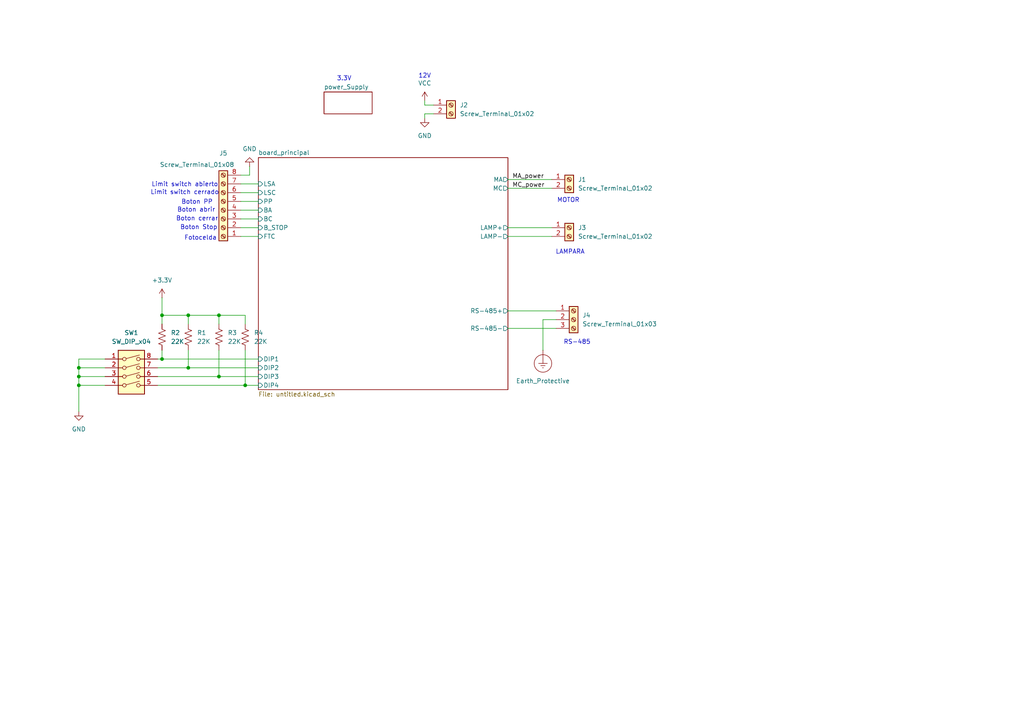
<source format=kicad_sch>
(kicad_sch
	(version 20250114)
	(generator "eeschema")
	(generator_version "9.0")
	(uuid "066fc511-7226-4630-beb0-d4fa33de32d6")
	(paper "A4")
	(lib_symbols
		(symbol "Connector:Screw_Terminal_01x02"
			(pin_names
				(offset 1.016)
				(hide yes)
			)
			(exclude_from_sim no)
			(in_bom yes)
			(on_board yes)
			(property "Reference" "J"
				(at 0 2.54 0)
				(effects
					(font
						(size 1.27 1.27)
					)
				)
			)
			(property "Value" "Screw_Terminal_01x02"
				(at 0 -5.08 0)
				(effects
					(font
						(size 1.27 1.27)
					)
				)
			)
			(property "Footprint" ""
				(at 0 0 0)
				(effects
					(font
						(size 1.27 1.27)
					)
					(hide yes)
				)
			)
			(property "Datasheet" "~"
				(at 0 0 0)
				(effects
					(font
						(size 1.27 1.27)
					)
					(hide yes)
				)
			)
			(property "Description" "Generic screw terminal, single row, 01x02, script generated (kicad-library-utils/schlib/autogen/connector/)"
				(at 0 0 0)
				(effects
					(font
						(size 1.27 1.27)
					)
					(hide yes)
				)
			)
			(property "ki_keywords" "screw terminal"
				(at 0 0 0)
				(effects
					(font
						(size 1.27 1.27)
					)
					(hide yes)
				)
			)
			(property "ki_fp_filters" "TerminalBlock*:*"
				(at 0 0 0)
				(effects
					(font
						(size 1.27 1.27)
					)
					(hide yes)
				)
			)
			(symbol "Screw_Terminal_01x02_1_1"
				(rectangle
					(start -1.27 1.27)
					(end 1.27 -3.81)
					(stroke
						(width 0.254)
						(type default)
					)
					(fill
						(type background)
					)
				)
				(polyline
					(pts
						(xy -0.5334 0.3302) (xy 0.3302 -0.508)
					)
					(stroke
						(width 0.1524)
						(type default)
					)
					(fill
						(type none)
					)
				)
				(polyline
					(pts
						(xy -0.5334 -2.2098) (xy 0.3302 -3.048)
					)
					(stroke
						(width 0.1524)
						(type default)
					)
					(fill
						(type none)
					)
				)
				(polyline
					(pts
						(xy -0.3556 0.508) (xy 0.508 -0.3302)
					)
					(stroke
						(width 0.1524)
						(type default)
					)
					(fill
						(type none)
					)
				)
				(polyline
					(pts
						(xy -0.3556 -2.032) (xy 0.508 -2.8702)
					)
					(stroke
						(width 0.1524)
						(type default)
					)
					(fill
						(type none)
					)
				)
				(circle
					(center 0 0)
					(radius 0.635)
					(stroke
						(width 0.1524)
						(type default)
					)
					(fill
						(type none)
					)
				)
				(circle
					(center 0 -2.54)
					(radius 0.635)
					(stroke
						(width 0.1524)
						(type default)
					)
					(fill
						(type none)
					)
				)
				(pin passive line
					(at -5.08 0 0)
					(length 3.81)
					(name "Pin_1"
						(effects
							(font
								(size 1.27 1.27)
							)
						)
					)
					(number "1"
						(effects
							(font
								(size 1.27 1.27)
							)
						)
					)
				)
				(pin passive line
					(at -5.08 -2.54 0)
					(length 3.81)
					(name "Pin_2"
						(effects
							(font
								(size 1.27 1.27)
							)
						)
					)
					(number "2"
						(effects
							(font
								(size 1.27 1.27)
							)
						)
					)
				)
			)
			(embedded_fonts no)
		)
		(symbol "Connector:Screw_Terminal_01x03"
			(pin_names
				(offset 1.016)
				(hide yes)
			)
			(exclude_from_sim no)
			(in_bom yes)
			(on_board yes)
			(property "Reference" "J"
				(at 0 5.08 0)
				(effects
					(font
						(size 1.27 1.27)
					)
				)
			)
			(property "Value" "Screw_Terminal_01x03"
				(at 0 -5.08 0)
				(effects
					(font
						(size 1.27 1.27)
					)
				)
			)
			(property "Footprint" ""
				(at 0 0 0)
				(effects
					(font
						(size 1.27 1.27)
					)
					(hide yes)
				)
			)
			(property "Datasheet" "~"
				(at 0 0 0)
				(effects
					(font
						(size 1.27 1.27)
					)
					(hide yes)
				)
			)
			(property "Description" "Generic screw terminal, single row, 01x03, script generated (kicad-library-utils/schlib/autogen/connector/)"
				(at 0 0 0)
				(effects
					(font
						(size 1.27 1.27)
					)
					(hide yes)
				)
			)
			(property "ki_keywords" "screw terminal"
				(at 0 0 0)
				(effects
					(font
						(size 1.27 1.27)
					)
					(hide yes)
				)
			)
			(property "ki_fp_filters" "TerminalBlock*:*"
				(at 0 0 0)
				(effects
					(font
						(size 1.27 1.27)
					)
					(hide yes)
				)
			)
			(symbol "Screw_Terminal_01x03_1_1"
				(rectangle
					(start -1.27 3.81)
					(end 1.27 -3.81)
					(stroke
						(width 0.254)
						(type default)
					)
					(fill
						(type background)
					)
				)
				(polyline
					(pts
						(xy -0.5334 2.8702) (xy 0.3302 2.032)
					)
					(stroke
						(width 0.1524)
						(type default)
					)
					(fill
						(type none)
					)
				)
				(polyline
					(pts
						(xy -0.5334 0.3302) (xy 0.3302 -0.508)
					)
					(stroke
						(width 0.1524)
						(type default)
					)
					(fill
						(type none)
					)
				)
				(polyline
					(pts
						(xy -0.5334 -2.2098) (xy 0.3302 -3.048)
					)
					(stroke
						(width 0.1524)
						(type default)
					)
					(fill
						(type none)
					)
				)
				(polyline
					(pts
						(xy -0.3556 3.048) (xy 0.508 2.2098)
					)
					(stroke
						(width 0.1524)
						(type default)
					)
					(fill
						(type none)
					)
				)
				(polyline
					(pts
						(xy -0.3556 0.508) (xy 0.508 -0.3302)
					)
					(stroke
						(width 0.1524)
						(type default)
					)
					(fill
						(type none)
					)
				)
				(polyline
					(pts
						(xy -0.3556 -2.032) (xy 0.508 -2.8702)
					)
					(stroke
						(width 0.1524)
						(type default)
					)
					(fill
						(type none)
					)
				)
				(circle
					(center 0 2.54)
					(radius 0.635)
					(stroke
						(width 0.1524)
						(type default)
					)
					(fill
						(type none)
					)
				)
				(circle
					(center 0 0)
					(radius 0.635)
					(stroke
						(width 0.1524)
						(type default)
					)
					(fill
						(type none)
					)
				)
				(circle
					(center 0 -2.54)
					(radius 0.635)
					(stroke
						(width 0.1524)
						(type default)
					)
					(fill
						(type none)
					)
				)
				(pin passive line
					(at -5.08 2.54 0)
					(length 3.81)
					(name "Pin_1"
						(effects
							(font
								(size 1.27 1.27)
							)
						)
					)
					(number "1"
						(effects
							(font
								(size 1.27 1.27)
							)
						)
					)
				)
				(pin passive line
					(at -5.08 0 0)
					(length 3.81)
					(name "Pin_2"
						(effects
							(font
								(size 1.27 1.27)
							)
						)
					)
					(number "2"
						(effects
							(font
								(size 1.27 1.27)
							)
						)
					)
				)
				(pin passive line
					(at -5.08 -2.54 0)
					(length 3.81)
					(name "Pin_3"
						(effects
							(font
								(size 1.27 1.27)
							)
						)
					)
					(number "3"
						(effects
							(font
								(size 1.27 1.27)
							)
						)
					)
				)
			)
			(embedded_fonts no)
		)
		(symbol "Connector:Screw_Terminal_01x08"
			(pin_names
				(offset 1.016)
				(hide yes)
			)
			(exclude_from_sim no)
			(in_bom yes)
			(on_board yes)
			(property "Reference" "J"
				(at 0 10.16 0)
				(effects
					(font
						(size 1.27 1.27)
					)
				)
			)
			(property "Value" "Screw_Terminal_01x08"
				(at 0 -12.7 0)
				(effects
					(font
						(size 1.27 1.27)
					)
				)
			)
			(property "Footprint" ""
				(at 0 0 0)
				(effects
					(font
						(size 1.27 1.27)
					)
					(hide yes)
				)
			)
			(property "Datasheet" "~"
				(at 0 0 0)
				(effects
					(font
						(size 1.27 1.27)
					)
					(hide yes)
				)
			)
			(property "Description" "Generic screw terminal, single row, 01x08, script generated (kicad-library-utils/schlib/autogen/connector/)"
				(at 0 0 0)
				(effects
					(font
						(size 1.27 1.27)
					)
					(hide yes)
				)
			)
			(property "ki_keywords" "screw terminal"
				(at 0 0 0)
				(effects
					(font
						(size 1.27 1.27)
					)
					(hide yes)
				)
			)
			(property "ki_fp_filters" "TerminalBlock*:*"
				(at 0 0 0)
				(effects
					(font
						(size 1.27 1.27)
					)
					(hide yes)
				)
			)
			(symbol "Screw_Terminal_01x08_1_1"
				(rectangle
					(start -1.27 8.89)
					(end 1.27 -11.43)
					(stroke
						(width 0.254)
						(type default)
					)
					(fill
						(type background)
					)
				)
				(polyline
					(pts
						(xy -0.5334 7.9502) (xy 0.3302 7.112)
					)
					(stroke
						(width 0.1524)
						(type default)
					)
					(fill
						(type none)
					)
				)
				(polyline
					(pts
						(xy -0.5334 5.4102) (xy 0.3302 4.572)
					)
					(stroke
						(width 0.1524)
						(type default)
					)
					(fill
						(type none)
					)
				)
				(polyline
					(pts
						(xy -0.5334 2.8702) (xy 0.3302 2.032)
					)
					(stroke
						(width 0.1524)
						(type default)
					)
					(fill
						(type none)
					)
				)
				(polyline
					(pts
						(xy -0.5334 0.3302) (xy 0.3302 -0.508)
					)
					(stroke
						(width 0.1524)
						(type default)
					)
					(fill
						(type none)
					)
				)
				(polyline
					(pts
						(xy -0.5334 -2.2098) (xy 0.3302 -3.048)
					)
					(stroke
						(width 0.1524)
						(type default)
					)
					(fill
						(type none)
					)
				)
				(polyline
					(pts
						(xy -0.5334 -4.7498) (xy 0.3302 -5.588)
					)
					(stroke
						(width 0.1524)
						(type default)
					)
					(fill
						(type none)
					)
				)
				(polyline
					(pts
						(xy -0.5334 -7.2898) (xy 0.3302 -8.128)
					)
					(stroke
						(width 0.1524)
						(type default)
					)
					(fill
						(type none)
					)
				)
				(polyline
					(pts
						(xy -0.5334 -9.8298) (xy 0.3302 -10.668)
					)
					(stroke
						(width 0.1524)
						(type default)
					)
					(fill
						(type none)
					)
				)
				(polyline
					(pts
						(xy -0.3556 8.128) (xy 0.508 7.2898)
					)
					(stroke
						(width 0.1524)
						(type default)
					)
					(fill
						(type none)
					)
				)
				(polyline
					(pts
						(xy -0.3556 5.588) (xy 0.508 4.7498)
					)
					(stroke
						(width 0.1524)
						(type default)
					)
					(fill
						(type none)
					)
				)
				(polyline
					(pts
						(xy -0.3556 3.048) (xy 0.508 2.2098)
					)
					(stroke
						(width 0.1524)
						(type default)
					)
					(fill
						(type none)
					)
				)
				(polyline
					(pts
						(xy -0.3556 0.508) (xy 0.508 -0.3302)
					)
					(stroke
						(width 0.1524)
						(type default)
					)
					(fill
						(type none)
					)
				)
				(polyline
					(pts
						(xy -0.3556 -2.032) (xy 0.508 -2.8702)
					)
					(stroke
						(width 0.1524)
						(type default)
					)
					(fill
						(type none)
					)
				)
				(polyline
					(pts
						(xy -0.3556 -4.572) (xy 0.508 -5.4102)
					)
					(stroke
						(width 0.1524)
						(type default)
					)
					(fill
						(type none)
					)
				)
				(polyline
					(pts
						(xy -0.3556 -7.112) (xy 0.508 -7.9502)
					)
					(stroke
						(width 0.1524)
						(type default)
					)
					(fill
						(type none)
					)
				)
				(polyline
					(pts
						(xy -0.3556 -9.652) (xy 0.508 -10.4902)
					)
					(stroke
						(width 0.1524)
						(type default)
					)
					(fill
						(type none)
					)
				)
				(circle
					(center 0 7.62)
					(radius 0.635)
					(stroke
						(width 0.1524)
						(type default)
					)
					(fill
						(type none)
					)
				)
				(circle
					(center 0 5.08)
					(radius 0.635)
					(stroke
						(width 0.1524)
						(type default)
					)
					(fill
						(type none)
					)
				)
				(circle
					(center 0 2.54)
					(radius 0.635)
					(stroke
						(width 0.1524)
						(type default)
					)
					(fill
						(type none)
					)
				)
				(circle
					(center 0 0)
					(radius 0.635)
					(stroke
						(width 0.1524)
						(type default)
					)
					(fill
						(type none)
					)
				)
				(circle
					(center 0 -2.54)
					(radius 0.635)
					(stroke
						(width 0.1524)
						(type default)
					)
					(fill
						(type none)
					)
				)
				(circle
					(center 0 -5.08)
					(radius 0.635)
					(stroke
						(width 0.1524)
						(type default)
					)
					(fill
						(type none)
					)
				)
				(circle
					(center 0 -7.62)
					(radius 0.635)
					(stroke
						(width 0.1524)
						(type default)
					)
					(fill
						(type none)
					)
				)
				(circle
					(center 0 -10.16)
					(radius 0.635)
					(stroke
						(width 0.1524)
						(type default)
					)
					(fill
						(type none)
					)
				)
				(pin passive line
					(at -5.08 7.62 0)
					(length 3.81)
					(name "Pin_1"
						(effects
							(font
								(size 1.27 1.27)
							)
						)
					)
					(number "1"
						(effects
							(font
								(size 1.27 1.27)
							)
						)
					)
				)
				(pin passive line
					(at -5.08 5.08 0)
					(length 3.81)
					(name "Pin_2"
						(effects
							(font
								(size 1.27 1.27)
							)
						)
					)
					(number "2"
						(effects
							(font
								(size 1.27 1.27)
							)
						)
					)
				)
				(pin passive line
					(at -5.08 2.54 0)
					(length 3.81)
					(name "Pin_3"
						(effects
							(font
								(size 1.27 1.27)
							)
						)
					)
					(number "3"
						(effects
							(font
								(size 1.27 1.27)
							)
						)
					)
				)
				(pin passive line
					(at -5.08 0 0)
					(length 3.81)
					(name "Pin_4"
						(effects
							(font
								(size 1.27 1.27)
							)
						)
					)
					(number "4"
						(effects
							(font
								(size 1.27 1.27)
							)
						)
					)
				)
				(pin passive line
					(at -5.08 -2.54 0)
					(length 3.81)
					(name "Pin_5"
						(effects
							(font
								(size 1.27 1.27)
							)
						)
					)
					(number "5"
						(effects
							(font
								(size 1.27 1.27)
							)
						)
					)
				)
				(pin passive line
					(at -5.08 -5.08 0)
					(length 3.81)
					(name "Pin_6"
						(effects
							(font
								(size 1.27 1.27)
							)
						)
					)
					(number "6"
						(effects
							(font
								(size 1.27 1.27)
							)
						)
					)
				)
				(pin passive line
					(at -5.08 -7.62 0)
					(length 3.81)
					(name "Pin_7"
						(effects
							(font
								(size 1.27 1.27)
							)
						)
					)
					(number "7"
						(effects
							(font
								(size 1.27 1.27)
							)
						)
					)
				)
				(pin passive line
					(at -5.08 -10.16 0)
					(length 3.81)
					(name "Pin_8"
						(effects
							(font
								(size 1.27 1.27)
							)
						)
					)
					(number "8"
						(effects
							(font
								(size 1.27 1.27)
							)
						)
					)
				)
			)
			(embedded_fonts no)
		)
		(symbol "Device:R_US"
			(pin_numbers
				(hide yes)
			)
			(pin_names
				(offset 0)
			)
			(exclude_from_sim no)
			(in_bom yes)
			(on_board yes)
			(property "Reference" "R"
				(at 2.54 0 90)
				(effects
					(font
						(size 1.27 1.27)
					)
				)
			)
			(property "Value" "R_US"
				(at -2.54 0 90)
				(effects
					(font
						(size 1.27 1.27)
					)
				)
			)
			(property "Footprint" ""
				(at 1.016 -0.254 90)
				(effects
					(font
						(size 1.27 1.27)
					)
					(hide yes)
				)
			)
			(property "Datasheet" "~"
				(at 0 0 0)
				(effects
					(font
						(size 1.27 1.27)
					)
					(hide yes)
				)
			)
			(property "Description" "Resistor, US symbol"
				(at 0 0 0)
				(effects
					(font
						(size 1.27 1.27)
					)
					(hide yes)
				)
			)
			(property "ki_keywords" "R res resistor"
				(at 0 0 0)
				(effects
					(font
						(size 1.27 1.27)
					)
					(hide yes)
				)
			)
			(property "ki_fp_filters" "R_*"
				(at 0 0 0)
				(effects
					(font
						(size 1.27 1.27)
					)
					(hide yes)
				)
			)
			(symbol "R_US_0_1"
				(polyline
					(pts
						(xy 0 2.286) (xy 0 2.54)
					)
					(stroke
						(width 0)
						(type default)
					)
					(fill
						(type none)
					)
				)
				(polyline
					(pts
						(xy 0 2.286) (xy 1.016 1.905) (xy 0 1.524) (xy -1.016 1.143) (xy 0 0.762)
					)
					(stroke
						(width 0)
						(type default)
					)
					(fill
						(type none)
					)
				)
				(polyline
					(pts
						(xy 0 0.762) (xy 1.016 0.381) (xy 0 0) (xy -1.016 -0.381) (xy 0 -0.762)
					)
					(stroke
						(width 0)
						(type default)
					)
					(fill
						(type none)
					)
				)
				(polyline
					(pts
						(xy 0 -0.762) (xy 1.016 -1.143) (xy 0 -1.524) (xy -1.016 -1.905) (xy 0 -2.286)
					)
					(stroke
						(width 0)
						(type default)
					)
					(fill
						(type none)
					)
				)
				(polyline
					(pts
						(xy 0 -2.286) (xy 0 -2.54)
					)
					(stroke
						(width 0)
						(type default)
					)
					(fill
						(type none)
					)
				)
			)
			(symbol "R_US_1_1"
				(pin passive line
					(at 0 3.81 270)
					(length 1.27)
					(name "~"
						(effects
							(font
								(size 1.27 1.27)
							)
						)
					)
					(number "1"
						(effects
							(font
								(size 1.27 1.27)
							)
						)
					)
				)
				(pin passive line
					(at 0 -3.81 90)
					(length 1.27)
					(name "~"
						(effects
							(font
								(size 1.27 1.27)
							)
						)
					)
					(number "2"
						(effects
							(font
								(size 1.27 1.27)
							)
						)
					)
				)
			)
			(embedded_fonts no)
		)
		(symbol "Switch:SW_DIP_x04"
			(pin_names
				(offset 0)
				(hide yes)
			)
			(exclude_from_sim no)
			(in_bom yes)
			(on_board yes)
			(property "Reference" "SW"
				(at 0 8.89 0)
				(effects
					(font
						(size 1.27 1.27)
					)
				)
			)
			(property "Value" "SW_DIP_x04"
				(at 0 -6.35 0)
				(effects
					(font
						(size 1.27 1.27)
					)
				)
			)
			(property "Footprint" ""
				(at 0 0 0)
				(effects
					(font
						(size 1.27 1.27)
					)
					(hide yes)
				)
			)
			(property "Datasheet" "~"
				(at 0 0 0)
				(effects
					(font
						(size 1.27 1.27)
					)
					(hide yes)
				)
			)
			(property "Description" "4x DIP Switch, Single Pole Single Throw (SPST) switch, small symbol"
				(at 0 0 0)
				(effects
					(font
						(size 1.27 1.27)
					)
					(hide yes)
				)
			)
			(property "ki_keywords" "dip switch"
				(at 0 0 0)
				(effects
					(font
						(size 1.27 1.27)
					)
					(hide yes)
				)
			)
			(property "ki_fp_filters" "SW?DIP?x4*"
				(at 0 0 0)
				(effects
					(font
						(size 1.27 1.27)
					)
					(hide yes)
				)
			)
			(symbol "SW_DIP_x04_0_0"
				(circle
					(center -2.032 5.08)
					(radius 0.508)
					(stroke
						(width 0)
						(type default)
					)
					(fill
						(type none)
					)
				)
				(circle
					(center -2.032 2.54)
					(radius 0.508)
					(stroke
						(width 0)
						(type default)
					)
					(fill
						(type none)
					)
				)
				(circle
					(center -2.032 0)
					(radius 0.508)
					(stroke
						(width 0)
						(type default)
					)
					(fill
						(type none)
					)
				)
				(circle
					(center -2.032 -2.54)
					(radius 0.508)
					(stroke
						(width 0)
						(type default)
					)
					(fill
						(type none)
					)
				)
				(polyline
					(pts
						(xy -1.524 5.207) (xy 2.3622 6.2484)
					)
					(stroke
						(width 0)
						(type default)
					)
					(fill
						(type none)
					)
				)
				(polyline
					(pts
						(xy -1.524 2.667) (xy 2.3622 3.7084)
					)
					(stroke
						(width 0)
						(type default)
					)
					(fill
						(type none)
					)
				)
				(polyline
					(pts
						(xy -1.524 0.127) (xy 2.3622 1.1684)
					)
					(stroke
						(width 0)
						(type default)
					)
					(fill
						(type none)
					)
				)
				(polyline
					(pts
						(xy -1.524 -2.3876) (xy 2.3622 -1.3462)
					)
					(stroke
						(width 0)
						(type default)
					)
					(fill
						(type none)
					)
				)
				(circle
					(center 2.032 5.08)
					(radius 0.508)
					(stroke
						(width 0)
						(type default)
					)
					(fill
						(type none)
					)
				)
				(circle
					(center 2.032 2.54)
					(radius 0.508)
					(stroke
						(width 0)
						(type default)
					)
					(fill
						(type none)
					)
				)
				(circle
					(center 2.032 0)
					(radius 0.508)
					(stroke
						(width 0)
						(type default)
					)
					(fill
						(type none)
					)
				)
				(circle
					(center 2.032 -2.54)
					(radius 0.508)
					(stroke
						(width 0)
						(type default)
					)
					(fill
						(type none)
					)
				)
			)
			(symbol "SW_DIP_x04_0_1"
				(rectangle
					(start -3.81 7.62)
					(end 3.81 -5.08)
					(stroke
						(width 0.254)
						(type default)
					)
					(fill
						(type background)
					)
				)
			)
			(symbol "SW_DIP_x04_1_1"
				(pin passive line
					(at -7.62 5.08 0)
					(length 5.08)
					(name "~"
						(effects
							(font
								(size 1.27 1.27)
							)
						)
					)
					(number "1"
						(effects
							(font
								(size 1.27 1.27)
							)
						)
					)
				)
				(pin passive line
					(at -7.62 2.54 0)
					(length 5.08)
					(name "~"
						(effects
							(font
								(size 1.27 1.27)
							)
						)
					)
					(number "2"
						(effects
							(font
								(size 1.27 1.27)
							)
						)
					)
				)
				(pin passive line
					(at -7.62 0 0)
					(length 5.08)
					(name "~"
						(effects
							(font
								(size 1.27 1.27)
							)
						)
					)
					(number "3"
						(effects
							(font
								(size 1.27 1.27)
							)
						)
					)
				)
				(pin passive line
					(at -7.62 -2.54 0)
					(length 5.08)
					(name "~"
						(effects
							(font
								(size 1.27 1.27)
							)
						)
					)
					(number "4"
						(effects
							(font
								(size 1.27 1.27)
							)
						)
					)
				)
				(pin passive line
					(at 7.62 5.08 180)
					(length 5.08)
					(name "~"
						(effects
							(font
								(size 1.27 1.27)
							)
						)
					)
					(number "8"
						(effects
							(font
								(size 1.27 1.27)
							)
						)
					)
				)
				(pin passive line
					(at 7.62 2.54 180)
					(length 5.08)
					(name "~"
						(effects
							(font
								(size 1.27 1.27)
							)
						)
					)
					(number "7"
						(effects
							(font
								(size 1.27 1.27)
							)
						)
					)
				)
				(pin passive line
					(at 7.62 0 180)
					(length 5.08)
					(name "~"
						(effects
							(font
								(size 1.27 1.27)
							)
						)
					)
					(number "6"
						(effects
							(font
								(size 1.27 1.27)
							)
						)
					)
				)
				(pin passive line
					(at 7.62 -2.54 180)
					(length 5.08)
					(name "~"
						(effects
							(font
								(size 1.27 1.27)
							)
						)
					)
					(number "5"
						(effects
							(font
								(size 1.27 1.27)
							)
						)
					)
				)
			)
			(embedded_fonts no)
		)
		(symbol "power:+3.3V"
			(power)
			(pin_numbers
				(hide yes)
			)
			(pin_names
				(offset 0)
				(hide yes)
			)
			(exclude_from_sim no)
			(in_bom yes)
			(on_board yes)
			(property "Reference" "#PWR"
				(at 0 -3.81 0)
				(effects
					(font
						(size 1.27 1.27)
					)
					(hide yes)
				)
			)
			(property "Value" "+3.3V"
				(at 0 3.556 0)
				(effects
					(font
						(size 1.27 1.27)
					)
				)
			)
			(property "Footprint" ""
				(at 0 0 0)
				(effects
					(font
						(size 1.27 1.27)
					)
					(hide yes)
				)
			)
			(property "Datasheet" ""
				(at 0 0 0)
				(effects
					(font
						(size 1.27 1.27)
					)
					(hide yes)
				)
			)
			(property "Description" "Power symbol creates a global label with name \"+3.3V\""
				(at 0 0 0)
				(effects
					(font
						(size 1.27 1.27)
					)
					(hide yes)
				)
			)
			(property "ki_keywords" "global power"
				(at 0 0 0)
				(effects
					(font
						(size 1.27 1.27)
					)
					(hide yes)
				)
			)
			(symbol "+3.3V_0_1"
				(polyline
					(pts
						(xy -0.762 1.27) (xy 0 2.54)
					)
					(stroke
						(width 0)
						(type default)
					)
					(fill
						(type none)
					)
				)
				(polyline
					(pts
						(xy 0 2.54) (xy 0.762 1.27)
					)
					(stroke
						(width 0)
						(type default)
					)
					(fill
						(type none)
					)
				)
				(polyline
					(pts
						(xy 0 0) (xy 0 2.54)
					)
					(stroke
						(width 0)
						(type default)
					)
					(fill
						(type none)
					)
				)
			)
			(symbol "+3.3V_1_1"
				(pin power_in line
					(at 0 0 90)
					(length 0)
					(name "~"
						(effects
							(font
								(size 1.27 1.27)
							)
						)
					)
					(number "1"
						(effects
							(font
								(size 1.27 1.27)
							)
						)
					)
				)
			)
			(embedded_fonts no)
		)
		(symbol "power:Earth_Protective"
			(power)
			(pin_numbers
				(hide yes)
			)
			(pin_names
				(offset 0)
				(hide yes)
			)
			(exclude_from_sim no)
			(in_bom yes)
			(on_board yes)
			(property "Reference" "#PWR"
				(at 0 -10.16 0)
				(effects
					(font
						(size 1.27 1.27)
					)
					(hide yes)
				)
			)
			(property "Value" "Earth_Protective"
				(at 0 -7.62 0)
				(effects
					(font
						(size 1.27 1.27)
					)
				)
			)
			(property "Footprint" ""
				(at 0 -2.54 0)
				(effects
					(font
						(size 1.27 1.27)
					)
					(hide yes)
				)
			)
			(property "Datasheet" "~"
				(at 0 -2.54 0)
				(effects
					(font
						(size 1.27 1.27)
					)
					(hide yes)
				)
			)
			(property "Description" "Power symbol creates a global label with name \"Earth_Protective\""
				(at 0 0 0)
				(effects
					(font
						(size 1.27 1.27)
					)
					(hide yes)
				)
			)
			(property "ki_keywords" "global ground gnd clean"
				(at 0 0 0)
				(effects
					(font
						(size 1.27 1.27)
					)
					(hide yes)
				)
			)
			(symbol "Earth_Protective_0_1"
				(polyline
					(pts
						(xy -0.635 -4.445) (xy 0.635 -4.445)
					)
					(stroke
						(width 0)
						(type default)
					)
					(fill
						(type none)
					)
				)
				(polyline
					(pts
						(xy -0.127 -5.08) (xy 0.127 -5.08)
					)
					(stroke
						(width 0)
						(type default)
					)
					(fill
						(type none)
					)
				)
				(polyline
					(pts
						(xy 0 -3.81) (xy 0 0)
					)
					(stroke
						(width 0)
						(type default)
					)
					(fill
						(type none)
					)
				)
				(circle
					(center 0 -3.81)
					(radius 2.54)
					(stroke
						(width 0)
						(type default)
					)
					(fill
						(type none)
					)
				)
				(polyline
					(pts
						(xy 1.27 -3.81) (xy -1.27 -3.81)
					)
					(stroke
						(width 0)
						(type default)
					)
					(fill
						(type none)
					)
				)
			)
			(symbol "Earth_Protective_1_1"
				(pin power_in line
					(at 0 0 270)
					(length 0)
					(name "~"
						(effects
							(font
								(size 1.27 1.27)
							)
						)
					)
					(number "1"
						(effects
							(font
								(size 1.27 1.27)
							)
						)
					)
				)
			)
			(embedded_fonts no)
		)
		(symbol "power:GND"
			(power)
			(pin_numbers
				(hide yes)
			)
			(pin_names
				(offset 0)
				(hide yes)
			)
			(exclude_from_sim no)
			(in_bom yes)
			(on_board yes)
			(property "Reference" "#PWR"
				(at 0 -6.35 0)
				(effects
					(font
						(size 1.27 1.27)
					)
					(hide yes)
				)
			)
			(property "Value" "GND"
				(at 0 -3.81 0)
				(effects
					(font
						(size 1.27 1.27)
					)
				)
			)
			(property "Footprint" ""
				(at 0 0 0)
				(effects
					(font
						(size 1.27 1.27)
					)
					(hide yes)
				)
			)
			(property "Datasheet" ""
				(at 0 0 0)
				(effects
					(font
						(size 1.27 1.27)
					)
					(hide yes)
				)
			)
			(property "Description" "Power symbol creates a global label with name \"GND\" , ground"
				(at 0 0 0)
				(effects
					(font
						(size 1.27 1.27)
					)
					(hide yes)
				)
			)
			(property "ki_keywords" "global power"
				(at 0 0 0)
				(effects
					(font
						(size 1.27 1.27)
					)
					(hide yes)
				)
			)
			(symbol "GND_0_1"
				(polyline
					(pts
						(xy 0 0) (xy 0 -1.27) (xy 1.27 -1.27) (xy 0 -2.54) (xy -1.27 -1.27) (xy 0 -1.27)
					)
					(stroke
						(width 0)
						(type default)
					)
					(fill
						(type none)
					)
				)
			)
			(symbol "GND_1_1"
				(pin power_in line
					(at 0 0 270)
					(length 0)
					(name "~"
						(effects
							(font
								(size 1.27 1.27)
							)
						)
					)
					(number "1"
						(effects
							(font
								(size 1.27 1.27)
							)
						)
					)
				)
			)
			(embedded_fonts no)
		)
		(symbol "power:VCC"
			(power)
			(pin_numbers
				(hide yes)
			)
			(pin_names
				(offset 0)
				(hide yes)
			)
			(exclude_from_sim no)
			(in_bom yes)
			(on_board yes)
			(property "Reference" "#PWR"
				(at 0 -3.81 0)
				(effects
					(font
						(size 1.27 1.27)
					)
					(hide yes)
				)
			)
			(property "Value" "VCC"
				(at 0 3.556 0)
				(effects
					(font
						(size 1.27 1.27)
					)
				)
			)
			(property "Footprint" ""
				(at 0 0 0)
				(effects
					(font
						(size 1.27 1.27)
					)
					(hide yes)
				)
			)
			(property "Datasheet" ""
				(at 0 0 0)
				(effects
					(font
						(size 1.27 1.27)
					)
					(hide yes)
				)
			)
			(property "Description" "Power symbol creates a global label with name \"VCC\""
				(at 0 0 0)
				(effects
					(font
						(size 1.27 1.27)
					)
					(hide yes)
				)
			)
			(property "ki_keywords" "global power"
				(at 0 0 0)
				(effects
					(font
						(size 1.27 1.27)
					)
					(hide yes)
				)
			)
			(symbol "VCC_0_1"
				(polyline
					(pts
						(xy -0.762 1.27) (xy 0 2.54)
					)
					(stroke
						(width 0)
						(type default)
					)
					(fill
						(type none)
					)
				)
				(polyline
					(pts
						(xy 0 2.54) (xy 0.762 1.27)
					)
					(stroke
						(width 0)
						(type default)
					)
					(fill
						(type none)
					)
				)
				(polyline
					(pts
						(xy 0 0) (xy 0 2.54)
					)
					(stroke
						(width 0)
						(type default)
					)
					(fill
						(type none)
					)
				)
			)
			(symbol "VCC_1_1"
				(pin power_in line
					(at 0 0 90)
					(length 0)
					(name "~"
						(effects
							(font
								(size 1.27 1.27)
							)
						)
					)
					(number "1"
						(effects
							(font
								(size 1.27 1.27)
							)
						)
					)
				)
			)
			(embedded_fonts no)
		)
	)
	(text "Boton cerrar "
		(exclude_from_sim no)
		(at 57.658 63.5 0)
		(effects
			(font
				(size 1.27 1.27)
			)
		)
		(uuid "0b82f4e9-82b7-43ac-9e0a-566ada8e4782")
	)
	(text "Boton abrir "
		(exclude_from_sim no)
		(at 57.404 60.96 0)
		(effects
			(font
				(size 1.27 1.27)
			)
		)
		(uuid "0e10be94-8df3-495d-91bb-a6464fa518ba")
	)
	(text "Limit switch cerrado"
		(exclude_from_sim no)
		(at 53.594 55.88 0)
		(effects
			(font
				(size 1.27 1.27)
			)
		)
		(uuid "2eb5db20-dc0d-4436-8315-8996ab18cf41")
	)
	(text "Limit switch abierto "
		(exclude_from_sim no)
		(at 54.102 53.594 0)
		(effects
			(font
				(size 1.27 1.27)
			)
		)
		(uuid "3abf09f2-5982-4ca7-abbb-e57b9fe0de80")
	)
	(text "RS-485"
		(exclude_from_sim no)
		(at 167.386 99.314 0)
		(effects
			(font
				(size 1.27 1.27)
			)
		)
		(uuid "62521a50-4666-431b-afa3-d800bad49ee7")
	)
	(text "Boton PP"
		(exclude_from_sim no)
		(at 57.15 58.674 0)
		(effects
			(font
				(size 1.27 1.27)
			)
		)
		(uuid "6aebe6af-ac8f-4b35-aefd-428c48d31208")
	)
	(text "Fotocelda"
		(exclude_from_sim no)
		(at 58.166 69.088 0)
		(effects
			(font
				(size 1.27 1.27)
			)
		)
		(uuid "7ea21c9d-2c59-4a7b-b939-3677f78d7a14")
	)
	(text "3.3V"
		(exclude_from_sim no)
		(at 99.822 22.86 0)
		(effects
			(font
				(size 1.27 1.27)
			)
		)
		(uuid "824c7688-d2a1-4f87-ac6b-58b37361486f")
	)
	(text "Boton Stop"
		(exclude_from_sim no)
		(at 57.658 66.04 0)
		(effects
			(font
				(size 1.27 1.27)
			)
		)
		(uuid "a755df48-36eb-4cc5-ba79-9feed6c515e8")
	)
	(text "MOTOR"
		(exclude_from_sim no)
		(at 164.846 58.166 0)
		(effects
			(font
				(size 1.27 1.27)
			)
		)
		(uuid "bc4fb5e5-2742-4a7c-b2bf-6d0c88da17b4")
	)
	(text "LAMPARA "
		(exclude_from_sim no)
		(at 165.862 73.152 0)
		(effects
			(font
				(size 1.27 1.27)
			)
		)
		(uuid "de624711-2e6f-4c60-a349-5507692112ea")
	)
	(text "12V"
		(exclude_from_sim no)
		(at 123.19 22.098 0)
		(effects
			(font
				(size 1.27 1.27)
			)
		)
		(uuid "e2d4ba65-2a03-4ae8-aaf1-64048c1db69b")
	)
	(junction
		(at 71.12 111.76)
		(diameter 0)
		(color 0 0 0 0)
		(uuid "01e7040f-af10-4327-abce-c54401b520e6")
	)
	(junction
		(at 46.99 91.44)
		(diameter 0)
		(color 0 0 0 0)
		(uuid "1f548deb-d773-41da-9ab5-54861962e856")
	)
	(junction
		(at 63.5 91.44)
		(diameter 0)
		(color 0 0 0 0)
		(uuid "408e59ef-4112-43df-8960-19eedbd0c26b")
	)
	(junction
		(at 46.99 104.14)
		(diameter 0)
		(color 0 0 0 0)
		(uuid "47d5b0d7-4bfd-41e4-a4ce-030e58e5e374")
	)
	(junction
		(at 22.86 111.76)
		(diameter 0)
		(color 0 0 0 0)
		(uuid "651fd488-c877-4129-bc22-a280fe90d408")
	)
	(junction
		(at 22.86 106.68)
		(diameter 0)
		(color 0 0 0 0)
		(uuid "789d102f-8192-4370-b573-5c4ef16f51b9")
	)
	(junction
		(at 22.86 109.22)
		(diameter 0)
		(color 0 0 0 0)
		(uuid "9a54bd4f-cdf0-4879-8029-b878a5846f50")
	)
	(junction
		(at 63.5 109.22)
		(diameter 0)
		(color 0 0 0 0)
		(uuid "c67ccb00-5a44-47a4-8e96-541838030dc9")
	)
	(junction
		(at 54.61 106.68)
		(diameter 0)
		(color 0 0 0 0)
		(uuid "eae2dc21-71e3-45ba-9450-23d38b9f46d1")
	)
	(junction
		(at 54.61 91.44)
		(diameter 0)
		(color 0 0 0 0)
		(uuid "fd168dfc-3adc-454c-9c7f-17b0f17c42be")
	)
	(wire
		(pts
			(xy 71.12 91.44) (xy 63.5 91.44)
		)
		(stroke
			(width 0)
			(type default)
		)
		(uuid "01852d1a-3b0c-4f93-b7ea-c1f7f46cb49c")
	)
	(wire
		(pts
			(xy 22.86 109.22) (xy 30.48 109.22)
		)
		(stroke
			(width 0)
			(type default)
		)
		(uuid "083c0a0d-4054-472b-bd18-1451fb940d97")
	)
	(wire
		(pts
			(xy 46.99 91.44) (xy 54.61 91.44)
		)
		(stroke
			(width 0)
			(type default)
		)
		(uuid "0adf395a-d921-43e6-b3f2-a38c0d3e1c07")
	)
	(wire
		(pts
			(xy 45.72 106.68) (xy 54.61 106.68)
		)
		(stroke
			(width 0)
			(type default)
		)
		(uuid "0c10de3f-af26-40be-945a-e35a2af67324")
	)
	(wire
		(pts
			(xy 22.86 106.68) (xy 22.86 109.22)
		)
		(stroke
			(width 0)
			(type default)
		)
		(uuid "10dda541-5f54-452b-930c-bc36dfe6366e")
	)
	(wire
		(pts
			(xy 69.85 50.8) (xy 72.39 50.8)
		)
		(stroke
			(width 0)
			(type default)
		)
		(uuid "17424e13-deaa-49ae-bd4a-c197e47fda5f")
	)
	(wire
		(pts
			(xy 63.5 93.98) (xy 63.5 91.44)
		)
		(stroke
			(width 0)
			(type default)
		)
		(uuid "1aecc857-fdcc-496c-8252-b9766ce51c3b")
	)
	(wire
		(pts
			(xy 69.85 63.5) (xy 74.93 63.5)
		)
		(stroke
			(width 0)
			(type default)
		)
		(uuid "2238ba4e-7b0b-4fa0-82da-c3d17251eacb")
	)
	(wire
		(pts
			(xy 125.73 30.48) (xy 123.19 30.48)
		)
		(stroke
			(width 0)
			(type default)
		)
		(uuid "316040ff-6aa7-4aa6-8c0c-ca5dc68718e5")
	)
	(wire
		(pts
			(xy 147.32 95.25) (xy 161.29 95.25)
		)
		(stroke
			(width 0)
			(type default)
		)
		(uuid "3608f20d-b68e-406f-abbd-5eb032d031ae")
	)
	(wire
		(pts
			(xy 54.61 93.98) (xy 54.61 91.44)
		)
		(stroke
			(width 0)
			(type default)
		)
		(uuid "38411356-b773-455d-a03d-d0435ccfa326")
	)
	(wire
		(pts
			(xy 45.72 111.76) (xy 71.12 111.76)
		)
		(stroke
			(width 0)
			(type default)
		)
		(uuid "3ccfa9c4-f757-4208-a494-41754e6866fb")
	)
	(wire
		(pts
			(xy 22.86 106.68) (xy 30.48 106.68)
		)
		(stroke
			(width 0)
			(type default)
		)
		(uuid "3cd9087f-0f44-48dd-a1a6-6e37dc049fe5")
	)
	(wire
		(pts
			(xy 69.85 53.34) (xy 74.93 53.34)
		)
		(stroke
			(width 0)
			(type default)
		)
		(uuid "3f271cda-5565-47e2-8da3-0a72b8ca6f88")
	)
	(wire
		(pts
			(xy 22.86 111.76) (xy 22.86 119.38)
		)
		(stroke
			(width 0)
			(type default)
		)
		(uuid "411bddc0-2033-4108-924b-e2116b591ec9")
	)
	(wire
		(pts
			(xy 71.12 93.98) (xy 71.12 91.44)
		)
		(stroke
			(width 0)
			(type default)
		)
		(uuid "4320bf6b-1c9b-45a1-884c-b5d2826c616e")
	)
	(wire
		(pts
			(xy 147.32 66.04) (xy 160.02 66.04)
		)
		(stroke
			(width 0)
			(type default)
		)
		(uuid "4ab5a0fe-9714-41d0-85b7-025bcbe7987c")
	)
	(wire
		(pts
			(xy 72.39 48.26) (xy 72.39 50.8)
		)
		(stroke
			(width 0)
			(type default)
		)
		(uuid "52cd1ec9-e2f1-4d34-833a-3c30244683ce")
	)
	(wire
		(pts
			(xy 22.86 109.22) (xy 22.86 111.76)
		)
		(stroke
			(width 0)
			(type default)
		)
		(uuid "530b27b2-e210-4823-b60f-e02c33ff679b")
	)
	(wire
		(pts
			(xy 147.32 52.07) (xy 160.02 52.07)
		)
		(stroke
			(width 0)
			(type default)
		)
		(uuid "541bea72-1f80-4ac8-9661-38ca3e168e62")
	)
	(wire
		(pts
			(xy 30.48 104.14) (xy 22.86 104.14)
		)
		(stroke
			(width 0)
			(type default)
		)
		(uuid "567dd734-4e56-43ae-aecc-3bd508b622ed")
	)
	(wire
		(pts
			(xy 22.86 111.76) (xy 30.48 111.76)
		)
		(stroke
			(width 0)
			(type default)
		)
		(uuid "5d01d176-2943-4380-89cd-c7b1962faa37")
	)
	(wire
		(pts
			(xy 45.72 109.22) (xy 63.5 109.22)
		)
		(stroke
			(width 0)
			(type default)
		)
		(uuid "67659372-0861-4813-965b-54a5f09a0707")
	)
	(wire
		(pts
			(xy 46.99 104.14) (xy 74.93 104.14)
		)
		(stroke
			(width 0)
			(type default)
		)
		(uuid "6d476353-9290-44c6-9095-4aa6f15b3895")
	)
	(wire
		(pts
			(xy 46.99 91.44) (xy 46.99 93.98)
		)
		(stroke
			(width 0)
			(type default)
		)
		(uuid "854d8e21-aedb-4772-9d83-11ac2f0b51f5")
	)
	(wire
		(pts
			(xy 69.85 66.04) (xy 74.93 66.04)
		)
		(stroke
			(width 0)
			(type default)
		)
		(uuid "86154149-f185-47ec-8153-5307420a42e2")
	)
	(wire
		(pts
			(xy 157.48 92.71) (xy 157.48 101.6)
		)
		(stroke
			(width 0)
			(type default)
		)
		(uuid "87bfd237-aebb-41b5-8724-f3fb0be9d9da")
	)
	(wire
		(pts
			(xy 69.85 58.42) (xy 74.93 58.42)
		)
		(stroke
			(width 0)
			(type default)
		)
		(uuid "88069d11-3ff8-40cb-a37d-757fe54b4d59")
	)
	(wire
		(pts
			(xy 125.73 33.02) (xy 123.19 33.02)
		)
		(stroke
			(width 0)
			(type default)
		)
		(uuid "8f22ab3f-c081-41e2-98c6-bc87516ab6de")
	)
	(wire
		(pts
			(xy 63.5 91.44) (xy 54.61 91.44)
		)
		(stroke
			(width 0)
			(type default)
		)
		(uuid "93d78917-01db-4bcf-b554-2492d3ea6113")
	)
	(wire
		(pts
			(xy 71.12 111.76) (xy 74.93 111.76)
		)
		(stroke
			(width 0)
			(type default)
		)
		(uuid "99938d16-a1a6-41fb-aeba-20e7c24ccfa4")
	)
	(wire
		(pts
			(xy 69.85 68.58) (xy 74.93 68.58)
		)
		(stroke
			(width 0)
			(type default)
		)
		(uuid "a1bd1218-0321-4247-acc5-7124ffdc27af")
	)
	(wire
		(pts
			(xy 63.5 109.22) (xy 74.93 109.22)
		)
		(stroke
			(width 0)
			(type default)
		)
		(uuid "aafd480d-7d33-4dcf-97be-61236c2894a0")
	)
	(wire
		(pts
			(xy 22.86 104.14) (xy 22.86 106.68)
		)
		(stroke
			(width 0)
			(type default)
		)
		(uuid "ad83b4ca-6392-47f5-a9ce-379e0ed412f0")
	)
	(wire
		(pts
			(xy 123.19 30.48) (xy 123.19 29.21)
		)
		(stroke
			(width 0)
			(type default)
		)
		(uuid "ae747fa9-4ce4-4b02-b97f-42d114c5e58a")
	)
	(wire
		(pts
			(xy 45.72 104.14) (xy 46.99 104.14)
		)
		(stroke
			(width 0)
			(type default)
		)
		(uuid "b2f072be-7478-4475-bc5f-4c10dd551ded")
	)
	(wire
		(pts
			(xy 54.61 106.68) (xy 74.93 106.68)
		)
		(stroke
			(width 0)
			(type default)
		)
		(uuid "b7e6bd19-1974-41bc-81a1-90dcb5039381")
	)
	(wire
		(pts
			(xy 46.99 101.6) (xy 46.99 104.14)
		)
		(stroke
			(width 0)
			(type default)
		)
		(uuid "b98e6fd1-3c61-40fe-a072-e2ffadb4c1f7")
	)
	(wire
		(pts
			(xy 71.12 101.6) (xy 71.12 111.76)
		)
		(stroke
			(width 0)
			(type default)
		)
		(uuid "b9d7d5e3-fcec-4373-a44d-9b4df7f6b3bc")
	)
	(wire
		(pts
			(xy 63.5 101.6) (xy 63.5 109.22)
		)
		(stroke
			(width 0)
			(type default)
		)
		(uuid "bb89aa75-1acd-419b-85e0-e27860af75a1")
	)
	(wire
		(pts
			(xy 147.32 90.17) (xy 161.29 90.17)
		)
		(stroke
			(width 0)
			(type default)
		)
		(uuid "c2a2ddba-7567-4cfb-be66-b135fc7204cc")
	)
	(wire
		(pts
			(xy 147.32 68.58) (xy 160.02 68.58)
		)
		(stroke
			(width 0)
			(type default)
		)
		(uuid "c55b9c87-d8ac-4815-9936-a889e854f5e9")
	)
	(wire
		(pts
			(xy 46.99 86.36) (xy 46.99 91.44)
		)
		(stroke
			(width 0)
			(type default)
		)
		(uuid "c7695209-4895-4f9e-a98e-c7c1b216e465")
	)
	(wire
		(pts
			(xy 69.85 60.96) (xy 74.93 60.96)
		)
		(stroke
			(width 0)
			(type default)
		)
		(uuid "cd754108-7581-4d7e-9efc-8f94cd61ae32")
	)
	(wire
		(pts
			(xy 69.85 55.88) (xy 74.93 55.88)
		)
		(stroke
			(width 0)
			(type default)
		)
		(uuid "d2871c9f-6564-4b58-9019-48fa3003f527")
	)
	(wire
		(pts
			(xy 157.48 92.71) (xy 161.29 92.71)
		)
		(stroke
			(width 0)
			(type default)
		)
		(uuid "d5da55f2-a840-4cab-88e3-5b4671bc716b")
	)
	(wire
		(pts
			(xy 54.61 101.6) (xy 54.61 106.68)
		)
		(stroke
			(width 0)
			(type default)
		)
		(uuid "dd77e3a1-f5d7-4caf-9afc-d66a7e1952bb")
	)
	(wire
		(pts
			(xy 123.19 33.02) (xy 123.19 34.29)
		)
		(stroke
			(width 0)
			(type default)
		)
		(uuid "f2edabca-ddf7-4e90-b4f2-badea80c8c87")
	)
	(wire
		(pts
			(xy 147.32 54.61) (xy 160.02 54.61)
		)
		(stroke
			(width 0)
			(type default)
		)
		(uuid "fde6a727-f684-4502-b822-068e673b2f57")
	)
	(label "MA_power"
		(at 148.59 52.07 0)
		(effects
			(font
				(size 1.27 1.27)
			)
			(justify left bottom)
		)
		(uuid "05ae062f-d97d-424c-9160-c6b36da0f867")
	)
	(label "MC_power"
		(at 148.59 54.61 0)
		(effects
			(font
				(size 1.27 1.27)
			)
			(justify left bottom)
		)
		(uuid "793b99d8-5b42-4e12-87aa-feaa0f0a39f0")
	)
	(symbol
		(lib_id "power:GND")
		(at 72.39 48.26 180)
		(unit 1)
		(exclude_from_sim no)
		(in_bom yes)
		(on_board yes)
		(dnp no)
		(fields_autoplaced yes)
		(uuid "02de5dbb-c6fa-4ec5-89b2-9aa35bf83a5e")
		(property "Reference" "#PWR043"
			(at 72.39 41.91 0)
			(effects
				(font
					(size 1.27 1.27)
				)
				(hide yes)
			)
		)
		(property "Value" "GND"
			(at 72.39 43.18 0)
			(effects
				(font
					(size 1.27 1.27)
				)
			)
		)
		(property "Footprint" ""
			(at 72.39 48.26 0)
			(effects
				(font
					(size 1.27 1.27)
				)
				(hide yes)
			)
		)
		(property "Datasheet" ""
			(at 72.39 48.26 0)
			(effects
				(font
					(size 1.27 1.27)
				)
				(hide yes)
			)
		)
		(property "Description" "Power symbol creates a global label with name \"GND\" , ground"
			(at 72.39 48.26 0)
			(effects
				(font
					(size 1.27 1.27)
				)
				(hide yes)
			)
		)
		(pin "1"
			(uuid "d485f9e1-bcd8-4fc6-9a06-6d7c859d2537")
		)
		(instances
			(project "PCB porton"
				(path "/066fc511-7226-4630-beb0-d4fa33de32d6"
					(reference "#PWR043")
					(unit 1)
				)
			)
		)
	)
	(symbol
		(lib_id "Switch:SW_DIP_x04")
		(at 38.1 109.22 0)
		(unit 1)
		(exclude_from_sim no)
		(in_bom yes)
		(on_board yes)
		(dnp no)
		(fields_autoplaced yes)
		(uuid "37ef02a5-31ed-4fb6-963b-39d47d94ee35")
		(property "Reference" "SW1"
			(at 38.1 96.52 0)
			(effects
				(font
					(size 1.27 1.27)
				)
			)
		)
		(property "Value" "SW_DIP_x04"
			(at 38.1 99.06 0)
			(effects
				(font
					(size 1.27 1.27)
				)
			)
		)
		(property "Footprint" "Resistor_SMD:R_0603_1608Metric"
			(at 38.1 109.22 0)
			(effects
				(font
					(size 1.27 1.27)
				)
				(hide yes)
			)
		)
		(property "Datasheet" "~"
			(at 38.1 109.22 0)
			(effects
				(font
					(size 1.27 1.27)
				)
				(hide yes)
			)
		)
		(property "Description" "4x DIP Switch, Single Pole Single Throw (SPST) switch, small symbol"
			(at 38.1 109.22 0)
			(effects
				(font
					(size 1.27 1.27)
				)
				(hide yes)
			)
		)
		(pin "8"
			(uuid "b8871009-ae27-4731-89e3-634b604af1a2")
		)
		(pin "2"
			(uuid "e51b0c57-5476-441f-b37b-91f053474930")
		)
		(pin "3"
			(uuid "91f6be91-3fea-4b04-b6b1-96d49e12544c")
		)
		(pin "7"
			(uuid "edd36e8d-1b1d-48a5-a906-80513ecfdad0")
		)
		(pin "1"
			(uuid "05061f44-36f6-46fb-b3da-86e6a4d42c72")
		)
		(pin "6"
			(uuid "ffbe958c-49b7-4e81-84ea-d36f9c798638")
		)
		(pin "4"
			(uuid "1fe2cd2a-15a4-493c-864e-fe5cfb39c927")
		)
		(pin "5"
			(uuid "8510dff4-75d1-4f8b-a81d-e8f9c833c510")
		)
		(instances
			(project ""
				(path "/066fc511-7226-4630-beb0-d4fa33de32d6"
					(reference "SW1")
					(unit 1)
				)
			)
		)
	)
	(symbol
		(lib_id "power:GND")
		(at 123.19 34.29 0)
		(unit 1)
		(exclude_from_sim no)
		(in_bom yes)
		(on_board yes)
		(dnp no)
		(fields_autoplaced yes)
		(uuid "3bb66e39-f594-4e97-ba1c-1121f441d437")
		(property "Reference" "#PWR01"
			(at 123.19 40.64 0)
			(effects
				(font
					(size 1.27 1.27)
				)
				(hide yes)
			)
		)
		(property "Value" "GND"
			(at 123.19 39.37 0)
			(effects
				(font
					(size 1.27 1.27)
				)
			)
		)
		(property "Footprint" ""
			(at 123.19 34.29 0)
			(effects
				(font
					(size 1.27 1.27)
				)
				(hide yes)
			)
		)
		(property "Datasheet" ""
			(at 123.19 34.29 0)
			(effects
				(font
					(size 1.27 1.27)
				)
				(hide yes)
			)
		)
		(property "Description" "Power symbol creates a global label with name \"GND\" , ground"
			(at 123.19 34.29 0)
			(effects
				(font
					(size 1.27 1.27)
				)
				(hide yes)
			)
		)
		(pin "1"
			(uuid "65a0d345-6a80-43dd-97ac-1ed05894179c")
		)
		(instances
			(project ""
				(path "/066fc511-7226-4630-beb0-d4fa33de32d6"
					(reference "#PWR01")
					(unit 1)
				)
			)
		)
	)
	(symbol
		(lib_id "Connector:Screw_Terminal_01x08")
		(at 64.77 60.96 180)
		(unit 1)
		(exclude_from_sim no)
		(in_bom yes)
		(on_board yes)
		(dnp no)
		(uuid "6a4c5858-ab04-40df-8a75-e1aa06adf10c")
		(property "Reference" "J5"
			(at 64.77 44.45 0)
			(effects
				(font
					(size 1.27 1.27)
				)
			)
		)
		(property "Value" "Screw_Terminal_01x08"
			(at 57.15 47.752 0)
			(effects
				(font
					(size 1.27 1.27)
				)
			)
		)
		(property "Footprint" "TerminalBlock:TerminalBlock_MaiXu_MX126-5.0-08P_1x08_P5.00mm"
			(at 64.77 60.96 0)
			(effects
				(font
					(size 1.27 1.27)
				)
				(hide yes)
			)
		)
		(property "Datasheet" "~"
			(at 64.77 60.96 0)
			(effects
				(font
					(size 1.27 1.27)
				)
				(hide yes)
			)
		)
		(property "Description" "Generic screw terminal, single row, 01x08, script generated (kicad-library-utils/schlib/autogen/connector/)"
			(at 64.77 60.96 0)
			(effects
				(font
					(size 1.27 1.27)
				)
				(hide yes)
			)
		)
		(pin "1"
			(uuid "4c597293-cb11-4195-8bc0-26304bb04f31")
		)
		(pin "6"
			(uuid "e44f4c5e-6e87-4ca0-b8ca-a5cdd9c1b76c")
		)
		(pin "5"
			(uuid "a6307149-da5d-47b7-9663-de38dd2efec2")
		)
		(pin "2"
			(uuid "fd9b0ed4-0466-4daf-9619-dad294523dcb")
		)
		(pin "4"
			(uuid "36406103-1da2-4fbd-9f09-8f6a4a413ede")
		)
		(pin "3"
			(uuid "27149634-d989-48a4-b853-e9a4e1759835")
		)
		(pin "7"
			(uuid "91961f54-81b3-43a8-8e77-cdf81de449da")
		)
		(pin "8"
			(uuid "18f5db0e-3eb4-4e50-8822-f297745bec7e")
		)
		(instances
			(project ""
				(path "/066fc511-7226-4630-beb0-d4fa33de32d6"
					(reference "J5")
					(unit 1)
				)
			)
		)
	)
	(symbol
		(lib_id "Connector:Screw_Terminal_01x02")
		(at 165.1 52.07 0)
		(unit 1)
		(exclude_from_sim no)
		(in_bom yes)
		(on_board yes)
		(dnp no)
		(fields_autoplaced yes)
		(uuid "7ec7bab9-f0b3-45b7-8311-6f8041468297")
		(property "Reference" "J1"
			(at 167.64 52.0699 0)
			(effects
				(font
					(size 1.27 1.27)
				)
				(justify left)
			)
		)
		(property "Value" "Screw_Terminal_01x02"
			(at 167.64 54.6099 0)
			(effects
				(font
					(size 1.27 1.27)
				)
				(justify left)
			)
		)
		(property "Footprint" "TerminalBlock:TerminalBlock_MaiXu_MX126-5.0-02P_1x02_P5.00mm"
			(at 165.1 52.07 0)
			(effects
				(font
					(size 1.27 1.27)
				)
				(hide yes)
			)
		)
		(property "Datasheet" "~"
			(at 165.1 52.07 0)
			(effects
				(font
					(size 1.27 1.27)
				)
				(hide yes)
			)
		)
		(property "Description" "Generic screw terminal, single row, 01x02, script generated (kicad-library-utils/schlib/autogen/connector/)"
			(at 165.1 52.07 0)
			(effects
				(font
					(size 1.27 1.27)
				)
				(hide yes)
			)
		)
		(pin "2"
			(uuid "0111da9b-b7d4-45d4-b439-1153ea289db9")
		)
		(pin "1"
			(uuid "2a5d9f58-5671-4a99-9ac8-89116466a11f")
		)
		(instances
			(project "PCB porton"
				(path "/066fc511-7226-4630-beb0-d4fa33de32d6"
					(reference "J1")
					(unit 1)
				)
			)
		)
	)
	(symbol
		(lib_id "Device:R_US")
		(at 46.99 97.79 0)
		(unit 1)
		(exclude_from_sim no)
		(in_bom yes)
		(on_board yes)
		(dnp no)
		(fields_autoplaced yes)
		(uuid "80cc1952-c8bc-4e15-bf8e-ecd100aef823")
		(property "Reference" "R2"
			(at 49.53 96.5199 0)
			(effects
				(font
					(size 1.27 1.27)
				)
				(justify left)
			)
		)
		(property "Value" "22K"
			(at 49.53 99.0599 0)
			(effects
				(font
					(size 1.27 1.27)
				)
				(justify left)
			)
		)
		(property "Footprint" "Resistor_SMD:R_0603_1608Metric"
			(at 48.006 98.044 90)
			(effects
				(font
					(size 1.27 1.27)
				)
				(hide yes)
			)
		)
		(property "Datasheet" "~"
			(at 46.99 97.79 0)
			(effects
				(font
					(size 1.27 1.27)
				)
				(hide yes)
			)
		)
		(property "Description" "Resistor, US symbol"
			(at 46.99 97.79 0)
			(effects
				(font
					(size 1.27 1.27)
				)
				(hide yes)
			)
		)
		(pin "2"
			(uuid "4801d0bc-362a-4903-bf4c-051603393307")
		)
		(pin "1"
			(uuid "2336cba8-1a83-4cf4-9d32-b485dbaf8e17")
		)
		(instances
			(project ""
				(path "/066fc511-7226-4630-beb0-d4fa33de32d6"
					(reference "R2")
					(unit 1)
				)
			)
		)
	)
	(symbol
		(lib_id "Connector:Screw_Terminal_01x02")
		(at 130.81 30.48 0)
		(unit 1)
		(exclude_from_sim no)
		(in_bom yes)
		(on_board yes)
		(dnp no)
		(fields_autoplaced yes)
		(uuid "9b35a56a-2f6e-4287-aa02-a35f64a84923")
		(property "Reference" "J2"
			(at 133.35 30.4799 0)
			(effects
				(font
					(size 1.27 1.27)
				)
				(justify left)
			)
		)
		(property "Value" "Screw_Terminal_01x02"
			(at 133.35 33.0199 0)
			(effects
				(font
					(size 1.27 1.27)
				)
				(justify left)
			)
		)
		(property "Footprint" "TerminalBlock:TerminalBlock_MaiXu_MX126-5.0-02P_1x02_P5.00mm"
			(at 130.81 30.48 0)
			(effects
				(font
					(size 1.27 1.27)
				)
				(hide yes)
			)
		)
		(property "Datasheet" "~"
			(at 130.81 30.48 0)
			(effects
				(font
					(size 1.27 1.27)
				)
				(hide yes)
			)
		)
		(property "Description" "Generic screw terminal, single row, 01x02, script generated (kicad-library-utils/schlib/autogen/connector/)"
			(at 130.81 30.48 0)
			(effects
				(font
					(size 1.27 1.27)
				)
				(hide yes)
			)
		)
		(pin "2"
			(uuid "239bd434-fef4-4dc1-9572-a4db74af553e")
		)
		(pin "1"
			(uuid "7ee1cbc5-5ddd-4e87-9d59-5c08be6a241a")
		)
		(instances
			(project ""
				(path "/066fc511-7226-4630-beb0-d4fa33de32d6"
					(reference "J2")
					(unit 1)
				)
			)
		)
	)
	(symbol
		(lib_id "Connector:Screw_Terminal_01x03")
		(at 166.37 92.71 0)
		(unit 1)
		(exclude_from_sim no)
		(in_bom yes)
		(on_board yes)
		(dnp no)
		(fields_autoplaced yes)
		(uuid "9e74227b-769c-45ce-8e83-dd7d3ec46e66")
		(property "Reference" "J4"
			(at 168.91 91.4399 0)
			(effects
				(font
					(size 1.27 1.27)
				)
				(justify left)
			)
		)
		(property "Value" "Screw_Terminal_01x03"
			(at 168.91 93.9799 0)
			(effects
				(font
					(size 1.27 1.27)
				)
				(justify left)
			)
		)
		(property "Footprint" "TerminalBlock:TerminalBlock_MaiXu_MX126-5.0-03P_1x03_P5.00mm"
			(at 166.37 92.71 0)
			(effects
				(font
					(size 1.27 1.27)
				)
				(hide yes)
			)
		)
		(property "Datasheet" "~"
			(at 166.37 92.71 0)
			(effects
				(font
					(size 1.27 1.27)
				)
				(hide yes)
			)
		)
		(property "Description" "Generic screw terminal, single row, 01x03, script generated (kicad-library-utils/schlib/autogen/connector/)"
			(at 166.37 92.71 0)
			(effects
				(font
					(size 1.27 1.27)
				)
				(hide yes)
			)
		)
		(pin "2"
			(uuid "9ab8b6d5-2763-416e-b3f3-a8b033c6c2c4")
		)
		(pin "1"
			(uuid "3c7f56a8-e3f0-47fe-b608-66430872ea4d")
		)
		(pin "3"
			(uuid "119003b8-fe12-45d6-b122-11019b28630a")
		)
		(instances
			(project ""
				(path "/066fc511-7226-4630-beb0-d4fa33de32d6"
					(reference "J4")
					(unit 1)
				)
			)
		)
	)
	(symbol
		(lib_id "power:VCC")
		(at 123.19 29.21 0)
		(unit 1)
		(exclude_from_sim no)
		(in_bom yes)
		(on_board yes)
		(dnp no)
		(fields_autoplaced yes)
		(uuid "ae48eb69-7f48-49be-8247-d73f11125520")
		(property "Reference" "#PWR02"
			(at 123.19 33.02 0)
			(effects
				(font
					(size 1.27 1.27)
				)
				(hide yes)
			)
		)
		(property "Value" "VCC"
			(at 123.19 24.13 0)
			(effects
				(font
					(size 1.27 1.27)
				)
			)
		)
		(property "Footprint" ""
			(at 123.19 29.21 0)
			(effects
				(font
					(size 1.27 1.27)
				)
				(hide yes)
			)
		)
		(property "Datasheet" ""
			(at 123.19 29.21 0)
			(effects
				(font
					(size 1.27 1.27)
				)
				(hide yes)
			)
		)
		(property "Description" "Power symbol creates a global label with name \"VCC\""
			(at 123.19 29.21 0)
			(effects
				(font
					(size 1.27 1.27)
				)
				(hide yes)
			)
		)
		(pin "1"
			(uuid "f79850e2-1755-4a0a-bd97-2dbc7b6d5226")
		)
		(instances
			(project ""
				(path "/066fc511-7226-4630-beb0-d4fa33de32d6"
					(reference "#PWR02")
					(unit 1)
				)
			)
		)
	)
	(symbol
		(lib_id "Device:R_US")
		(at 63.5 97.79 0)
		(unit 1)
		(exclude_from_sim no)
		(in_bom yes)
		(on_board yes)
		(dnp no)
		(fields_autoplaced yes)
		(uuid "c404d747-b7a2-438e-bcd5-395e5f1747cf")
		(property "Reference" "R3"
			(at 66.04 96.5199 0)
			(effects
				(font
					(size 1.27 1.27)
				)
				(justify left)
			)
		)
		(property "Value" "22K"
			(at 66.04 99.0599 0)
			(effects
				(font
					(size 1.27 1.27)
				)
				(justify left)
			)
		)
		(property "Footprint" "Resistor_SMD:R_0603_1608Metric"
			(at 64.516 98.044 90)
			(effects
				(font
					(size 1.27 1.27)
				)
				(hide yes)
			)
		)
		(property "Datasheet" "~"
			(at 63.5 97.79 0)
			(effects
				(font
					(size 1.27 1.27)
				)
				(hide yes)
			)
		)
		(property "Description" "Resistor, US symbol"
			(at 63.5 97.79 0)
			(effects
				(font
					(size 1.27 1.27)
				)
				(hide yes)
			)
		)
		(pin "2"
			(uuid "47f8cf19-8ba4-431e-b5fd-ea47ecc77286")
		)
		(pin "1"
			(uuid "89a1e816-b1c0-424e-a152-66d19e18b1d5")
		)
		(instances
			(project "PCB porton"
				(path "/066fc511-7226-4630-beb0-d4fa33de32d6"
					(reference "R3")
					(unit 1)
				)
			)
		)
	)
	(symbol
		(lib_id "Connector:Screw_Terminal_01x02")
		(at 165.1 66.04 0)
		(unit 1)
		(exclude_from_sim no)
		(in_bom yes)
		(on_board yes)
		(dnp no)
		(fields_autoplaced yes)
		(uuid "cd98084c-eef1-49b7-b61d-242fcd58992a")
		(property "Reference" "J3"
			(at 167.64 66.0399 0)
			(effects
				(font
					(size 1.27 1.27)
				)
				(justify left)
			)
		)
		(property "Value" "Screw_Terminal_01x02"
			(at 167.64 68.5799 0)
			(effects
				(font
					(size 1.27 1.27)
				)
				(justify left)
			)
		)
		(property "Footprint" "TerminalBlock:TerminalBlock_MaiXu_MX126-5.0-02P_1x02_P5.00mm"
			(at 165.1 66.04 0)
			(effects
				(font
					(size 1.27 1.27)
				)
				(hide yes)
			)
		)
		(property "Datasheet" "~"
			(at 165.1 66.04 0)
			(effects
				(font
					(size 1.27 1.27)
				)
				(hide yes)
			)
		)
		(property "Description" "Generic screw terminal, single row, 01x02, script generated (kicad-library-utils/schlib/autogen/connector/)"
			(at 165.1 66.04 0)
			(effects
				(font
					(size 1.27 1.27)
				)
				(hide yes)
			)
		)
		(pin "2"
			(uuid "0568c9c5-7209-4fe4-aa8c-73d5590888a3")
		)
		(pin "1"
			(uuid "26a05079-a49e-4b46-8451-b7bae63f61ff")
		)
		(instances
			(project ""
				(path "/066fc511-7226-4630-beb0-d4fa33de32d6"
					(reference "J3")
					(unit 1)
				)
			)
		)
	)
	(symbol
		(lib_id "Device:R_US")
		(at 71.12 97.79 0)
		(unit 1)
		(exclude_from_sim no)
		(in_bom yes)
		(on_board yes)
		(dnp no)
		(fields_autoplaced yes)
		(uuid "d766e8e3-6897-4403-914c-0c7e050b61a9")
		(property "Reference" "R4"
			(at 73.66 96.5199 0)
			(effects
				(font
					(size 1.27 1.27)
				)
				(justify left)
			)
		)
		(property "Value" "22K"
			(at 73.66 99.0599 0)
			(effects
				(font
					(size 1.27 1.27)
				)
				(justify left)
			)
		)
		(property "Footprint" "Resistor_SMD:R_0603_1608Metric"
			(at 72.136 98.044 90)
			(effects
				(font
					(size 1.27 1.27)
				)
				(hide yes)
			)
		)
		(property "Datasheet" "~"
			(at 71.12 97.79 0)
			(effects
				(font
					(size 1.27 1.27)
				)
				(hide yes)
			)
		)
		(property "Description" "Resistor, US symbol"
			(at 71.12 97.79 0)
			(effects
				(font
					(size 1.27 1.27)
				)
				(hide yes)
			)
		)
		(pin "2"
			(uuid "f562a816-07bf-4a4f-8fd3-3e1610456509")
		)
		(pin "1"
			(uuid "07a26e2a-5405-4b98-9657-17df83806791")
		)
		(instances
			(project "PCB porton"
				(path "/066fc511-7226-4630-beb0-d4fa33de32d6"
					(reference "R4")
					(unit 1)
				)
			)
		)
	)
	(symbol
		(lib_id "power:GND")
		(at 22.86 119.38 0)
		(unit 1)
		(exclude_from_sim no)
		(in_bom yes)
		(on_board yes)
		(dnp no)
		(fields_autoplaced yes)
		(uuid "d8017f91-8107-4305-870f-c889d031e4ec")
		(property "Reference" "#PWR04"
			(at 22.86 125.73 0)
			(effects
				(font
					(size 1.27 1.27)
				)
				(hide yes)
			)
		)
		(property "Value" "GND"
			(at 22.86 124.46 0)
			(effects
				(font
					(size 1.27 1.27)
				)
			)
		)
		(property "Footprint" ""
			(at 22.86 119.38 0)
			(effects
				(font
					(size 1.27 1.27)
				)
				(hide yes)
			)
		)
		(property "Datasheet" ""
			(at 22.86 119.38 0)
			(effects
				(font
					(size 1.27 1.27)
				)
				(hide yes)
			)
		)
		(property "Description" "Power symbol creates a global label with name \"GND\" , ground"
			(at 22.86 119.38 0)
			(effects
				(font
					(size 1.27 1.27)
				)
				(hide yes)
			)
		)
		(pin "1"
			(uuid "c0dfa18a-477f-41e8-8234-383e21cd0e7a")
		)
		(instances
			(project "PCB porton"
				(path "/066fc511-7226-4630-beb0-d4fa33de32d6"
					(reference "#PWR04")
					(unit 1)
				)
			)
		)
	)
	(symbol
		(lib_id "power:Earth_Protective")
		(at 157.48 101.6 0)
		(unit 1)
		(exclude_from_sim no)
		(in_bom yes)
		(on_board yes)
		(dnp no)
		(fields_autoplaced yes)
		(uuid "df3561c2-dcfa-435d-864b-dae45cfcfe54")
		(property "Reference" "#PWR03"
			(at 157.48 111.76 0)
			(effects
				(font
					(size 1.27 1.27)
				)
				(hide yes)
			)
		)
		(property "Value" "Earth_Protective"
			(at 157.48 110.49 0)
			(effects
				(font
					(size 1.27 1.27)
				)
			)
		)
		(property "Footprint" ""
			(at 157.48 104.14 0)
			(effects
				(font
					(size 1.27 1.27)
				)
				(hide yes)
			)
		)
		(property "Datasheet" "~"
			(at 157.48 104.14 0)
			(effects
				(font
					(size 1.27 1.27)
				)
				(hide yes)
			)
		)
		(property "Description" "Power symbol creates a global label with name \"Earth_Protective\""
			(at 157.48 101.6 0)
			(effects
				(font
					(size 1.27 1.27)
				)
				(hide yes)
			)
		)
		(pin "1"
			(uuid "9084c73d-8854-4540-b9af-6e4eeebba11f")
		)
		(instances
			(project ""
				(path "/066fc511-7226-4630-beb0-d4fa33de32d6"
					(reference "#PWR03")
					(unit 1)
				)
			)
		)
	)
	(symbol
		(lib_id "power:+3.3V")
		(at 46.99 86.36 0)
		(unit 1)
		(exclude_from_sim no)
		(in_bom yes)
		(on_board yes)
		(dnp no)
		(fields_autoplaced yes)
		(uuid "f3716f7b-d71f-4c2b-aefb-4dd87990b41d")
		(property "Reference" "#PWR08"
			(at 46.99 90.17 0)
			(effects
				(font
					(size 1.27 1.27)
				)
				(hide yes)
			)
		)
		(property "Value" "+3.3V"
			(at 46.99 81.28 0)
			(effects
				(font
					(size 1.27 1.27)
				)
			)
		)
		(property "Footprint" ""
			(at 46.99 86.36 0)
			(effects
				(font
					(size 1.27 1.27)
				)
				(hide yes)
			)
		)
		(property "Datasheet" ""
			(at 46.99 86.36 0)
			(effects
				(font
					(size 1.27 1.27)
				)
				(hide yes)
			)
		)
		(property "Description" "Power symbol creates a global label with name \"+3.3V\""
			(at 46.99 86.36 0)
			(effects
				(font
					(size 1.27 1.27)
				)
				(hide yes)
			)
		)
		(pin "1"
			(uuid "2df1f06e-273c-495e-ba8b-2851ca617c75")
		)
		(instances
			(project ""
				(path "/066fc511-7226-4630-beb0-d4fa33de32d6"
					(reference "#PWR08")
					(unit 1)
				)
			)
		)
	)
	(symbol
		(lib_id "Device:R_US")
		(at 54.61 97.79 0)
		(unit 1)
		(exclude_from_sim no)
		(in_bom yes)
		(on_board yes)
		(dnp no)
		(fields_autoplaced yes)
		(uuid "f56fa088-dcd0-42be-a622-2723cd76ef98")
		(property "Reference" "R1"
			(at 57.15 96.5199 0)
			(effects
				(font
					(size 1.27 1.27)
				)
				(justify left)
			)
		)
		(property "Value" "22K"
			(at 57.15 99.0599 0)
			(effects
				(font
					(size 1.27 1.27)
				)
				(justify left)
			)
		)
		(property "Footprint" "Resistor_SMD:R_0603_1608Metric"
			(at 55.626 98.044 90)
			(effects
				(font
					(size 1.27 1.27)
				)
				(hide yes)
			)
		)
		(property "Datasheet" "~"
			(at 54.61 97.79 0)
			(effects
				(font
					(size 1.27 1.27)
				)
				(hide yes)
			)
		)
		(property "Description" "Resistor, US symbol"
			(at 54.61 97.79 0)
			(effects
				(font
					(size 1.27 1.27)
				)
				(hide yes)
			)
		)
		(pin "2"
			(uuid "31adaffa-e2c0-4350-b3c9-1bd08893b328")
		)
		(pin "1"
			(uuid "8c2fa4c2-9d66-4263-98ee-842088f2efae")
		)
		(instances
			(project "PCB porton"
				(path "/066fc511-7226-4630-beb0-d4fa33de32d6"
					(reference "R1")
					(unit 1)
				)
			)
		)
	)
	(sheet
		(at 93.98 26.67)
		(size 13.97 6.35)
		(exclude_from_sim no)
		(in_bom yes)
		(on_board yes)
		(dnp no)
		(fields_autoplaced yes)
		(stroke
			(width 0.1524)
			(type solid)
		)
		(fill
			(color 0 0 0 0.0000)
		)
		(uuid "227805ad-6854-4fac-b49d-b9bcad28a53d")
		(property "Sheetname" "power_Supply"
			(at 93.98 25.9584 0)
			(effects
				(font
					(size 1.27 1.27)
				)
				(justify left bottom)
			)
		)
		(property "Sheetfile" "power_Supply.kicad_sch"
			(at 93.98 33.6046 0)
			(effects
				(font
					(size 1.27 1.27)
				)
				(justify left top)
				(hide yes)
			)
		)
		(instances
			(project "PCB porton"
				(path "/066fc511-7226-4630-beb0-d4fa33de32d6"
					(page "12")
				)
			)
		)
	)
	(sheet
		(at 74.93 45.72)
		(size 72.39 67.31)
		(exclude_from_sim no)
		(in_bom yes)
		(on_board yes)
		(dnp no)
		(fields_autoplaced yes)
		(stroke
			(width 0.1524)
			(type solid)
		)
		(fill
			(color 0 0 0 0.0000)
		)
		(uuid "98e2e1af-13f4-44d7-afbb-a6c00796e80f")
		(property "Sheetname" "board_principal"
			(at 74.93 45.0084 0)
			(effects
				(font
					(size 1.27 1.27)
				)
				(justify left bottom)
			)
		)
		(property "Sheetfile" "untitled.kicad_sch"
			(at 74.93 113.6146 0)
			(effects
				(font
					(size 1.27 1.27)
				)
				(justify left top)
			)
		)
		(pin "DIP1" input
			(at 74.93 104.14 180)
			(uuid "e43a357a-ce75-4eb6-a9b4-20198fe279fe")
			(effects
				(font
					(size 1.27 1.27)
				)
				(justify left)
			)
		)
		(pin "DIP2" input
			(at 74.93 106.68 180)
			(uuid "0281e4dc-e629-4ec0-b83b-4fbdba184e4a")
			(effects
				(font
					(size 1.27 1.27)
				)
				(justify left)
			)
		)
		(pin "DIP3" input
			(at 74.93 109.22 180)
			(uuid "b48f7e42-e318-499e-8541-dd2c34fcc32e")
			(effects
				(font
					(size 1.27 1.27)
				)
				(justify left)
			)
		)
		(pin "DIP4" input
			(at 74.93 111.76 180)
			(uuid "b1218e94-cb79-40a2-8d61-4416311d1947")
			(effects
				(font
					(size 1.27 1.27)
				)
				(justify left)
			)
		)
		(pin "LSA" input
			(at 74.93 53.34 180)
			(uuid "3f2a6ef1-6657-4cf3-9bd2-8eacfecef8fe")
			(effects
				(font
					(size 1.27 1.27)
				)
				(justify left)
			)
		)
		(pin "LSC" input
			(at 74.93 55.88 180)
			(uuid "06d11a3a-cdc5-4c2b-87f1-20ae84273b15")
			(effects
				(font
					(size 1.27 1.27)
				)
				(justify left)
			)
		)
		(pin "MA" output
			(at 147.32 52.07 0)
			(uuid "fa1e50e4-b3d2-42de-be2d-022ec0b4b87d")
			(effects
				(font
					(size 1.27 1.27)
				)
				(justify right)
			)
		)
		(pin "MC" output
			(at 147.32 54.61 0)
			(uuid "88ccef77-652b-4e79-99c3-f43e963c6ee9")
			(effects
				(font
					(size 1.27 1.27)
				)
				(justify right)
			)
		)
		(pin "PP" input
			(at 74.93 58.42 180)
			(uuid "965bb67a-eb47-444b-8352-4ffdef65582a")
			(effects
				(font
					(size 1.27 1.27)
				)
				(justify left)
			)
		)
		(pin "BA" input
			(at 74.93 60.96 180)
			(uuid "b09d0d38-aa40-4859-8510-097373eae9ef")
			(effects
				(font
					(size 1.27 1.27)
				)
				(justify left)
			)
		)
		(pin "BC" input
			(at 74.93 63.5 180)
			(uuid "7952767b-a540-4696-8992-96cb6d8721d0")
			(effects
				(font
					(size 1.27 1.27)
				)
				(justify left)
			)
		)
		(pin "LAMP+" output
			(at 147.32 66.04 0)
			(uuid "c4ce8475-ae52-4061-a54f-419283f0a10e")
			(effects
				(font
					(size 1.27 1.27)
				)
				(justify right)
			)
		)
		(pin "LAMP-" output
			(at 147.32 68.58 0)
			(uuid "d8d45ac6-1879-4eb6-a073-cc3c92d4aef8")
			(effects
				(font
					(size 1.27 1.27)
				)
				(justify right)
			)
		)
		(pin "RS-485+" output
			(at 147.32 90.17 0)
			(uuid "0cebb793-3ba7-4eba-90bc-2c6d6309443c")
			(effects
				(font
					(size 1.27 1.27)
				)
				(justify right)
			)
		)
		(pin "RS-485-" output
			(at 147.32 95.25 0)
			(uuid "56d81d04-ba47-41fb-8be8-44e3361bfc0d")
			(effects
				(font
					(size 1.27 1.27)
				)
				(justify right)
			)
		)
		(pin "B_STOP" input
			(at 74.93 66.04 180)
			(uuid "a1e4c780-3cd0-4373-a039-b6e14c35d1ab")
			(effects
				(font
					(size 1.27 1.27)
				)
				(justify left)
			)
		)
		(pin "FTC" input
			(at 74.93 68.58 180)
			(uuid "a391a966-6981-40ea-99fc-5eed522166ef")
			(effects
				(font
					(size 1.27 1.27)
				)
				(justify left)
			)
		)
		(instances
			(project "PCB porton"
				(path "/066fc511-7226-4630-beb0-d4fa33de32d6"
					(page "2")
				)
			)
		)
	)
	(sheet_instances
		(path "/"
			(page "1")
		)
	)
	(embedded_fonts no)
)

</source>
